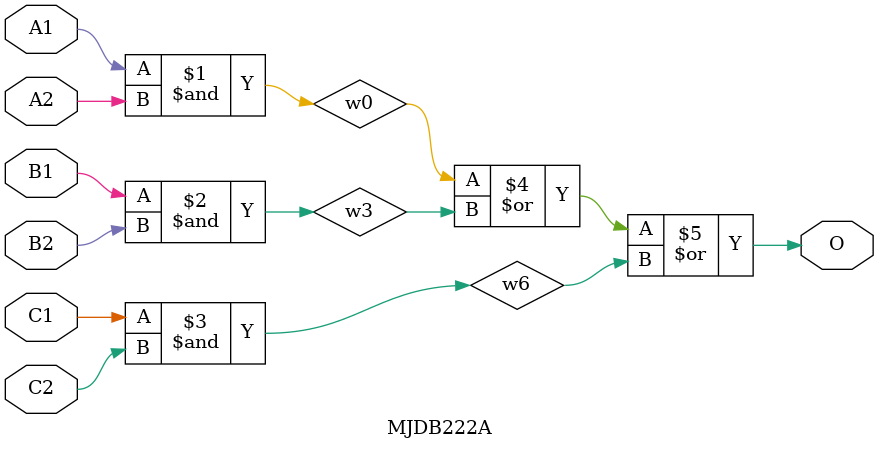
<source format=v>
module MJDB222A(A1, A2, B1, B2, C1, C2, O);
input   A1;
input   A2;
input   B1;
input   B2;
input   C1;
input   C2;
output  O;
and g0(w0, A1, A2);
and g1(w3, B1, B2);
and g2(w6, C1, C2);
or g3(O, w0, w3, w6);
endmodule
</source>
